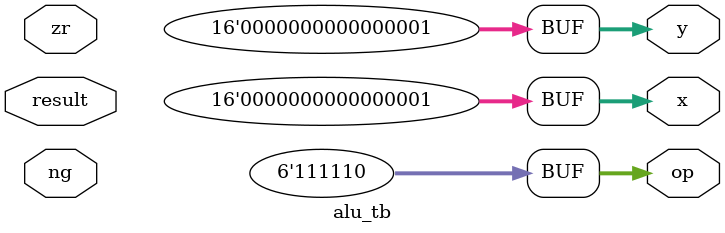
<source format=v>
`include "alu.v"

module alu_tb(
    output reg [15:0] x,
    output reg [15:0] y,
    output reg [5:0] op,
    input wire signed[15:0] result,
    input zr,
    input ng
);

integer i;

initial begin
    x = 1;
    y = 1;
    $display("zx\tnx\tzy\tny\tf\tno\tresult\tzr\tng\t");
    op  = 6'b010101; 
    $monitor("%0d\t%0d\t%0d\t%0d\t%0d\t%0d\t%0d\t%0d\t%0d\t f(x,y)=0",op[0],op[1],op[2],op[3],op[4],op[5],result,zr,ng);
    #10;
    op  = 6'b111111; 
    $monitor("%0d\t%0d\t%0d\t%0d\t%0d\t%0d\t%0d\t%0d\t%0d\t f(x,y)=1",op[0],op[1],op[2],op[3],op[4],op[5],result,zr,ng);
    #10;
    op = 6'b010111; 
    $monitor("%0d\t%0d\t%0d\t%0d\t%0d\t%0d\t%0d\t%0d\t%0d\t f(x,y)=-1",op[0],op[1],op[2],op[3],op[4],op[5],result,zr,ng);
    #10;
    op  = 6'b001100; 
    $monitor("%0d\t%0d\t%0d\t%0d\t%0d\t%0d\t%0d\t%0d\t%0d\t f(x,y)=x",op[0],op[1],op[2],op[3],op[4],op[5],result,zr,ng);
    #10;
    op  = 6'b000011; 
    $monitor("%0d\t%0d\t%0d\t%0d\t%0d\t%0d\t%0d\t%0d\t%0d\t f(x,y)=y",op[0],op[1],op[2],op[3],op[4],op[5],result,zr,ng);
    #10;
    op = 6'b101100; 
    $monitor("%0d\t%0d\t%0d\t%0d\t%0d\t%0d\t%0d\t%0d\t%0d\t f(x,y)=!x",op[0],op[1],op[2],op[3],op[4],op[5],result,zr,ng);
    #10;
    op  = 6'b100011; 
    $monitor("%0d\t%0d\t%0d\t%0d\t%0d\t%0d\t%0d\t%0d\t%0d\t f(x,y)=!y",op[0],op[1],op[2],op[3],op[4],op[5],result,zr,ng);
    #10;
    op  = 6'b001111; 
    $monitor("%0d\t%0d\t%0d\t%0d\t%0d\t%0d\t%0d\t%0d\t%0d\t f(x,y)=-x",op[0],op[1],op[2],op[3],op[4],op[5],result,zr,ng);
    #10;
    op  = 6'b110011; 
    $monitor("%0d\t%0d\t%0d\t%0d\t%0d\t%0d\t%0d\t%0d\t%0d\t f(x,y)=-y",op[0],op[1],op[2],op[3],op[4],op[5],result,zr,ng);
    #10;
    op  = 6'b111110; 
    $monitor("%0d\t%0d\t%0d\t%0d\t%0d\t%0d\t%0d\t%0d\t%0d\t f(x,y)=x+1",op[0],op[1],op[2],op[3],op[4],op[5],result,zr,ng);
    #10;
end

ALU derp(x,y,op,result,zr,ng);

endmodule

</source>
